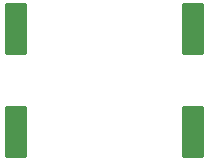
<source format=gbr>
%TF.GenerationSoftware,KiCad,Pcbnew,8.0.6*%
%TF.CreationDate,2024-12-20T12:02:23-05:00*%
%TF.ProjectId,PD Charger,50442043-6861-4726-9765-722e6b696361,0*%
%TF.SameCoordinates,Original*%
%TF.FileFunction,Paste,Bot*%
%TF.FilePolarity,Positive*%
%FSLAX46Y46*%
G04 Gerber Fmt 4.6, Leading zero omitted, Abs format (unit mm)*
G04 Created by KiCad (PCBNEW 8.0.6) date 2024-12-20 12:02:23*
%MOMM*%
%LPD*%
G01*
G04 APERTURE LIST*
G04 Aperture macros list*
%AMRoundRect*
0 Rectangle with rounded corners*
0 $1 Rounding radius*
0 $2 $3 $4 $5 $6 $7 $8 $9 X,Y pos of 4 corners*
0 Add a 4 corners polygon primitive as box body*
4,1,4,$2,$3,$4,$5,$6,$7,$8,$9,$2,$3,0*
0 Add four circle primitives for the rounded corners*
1,1,$1+$1,$2,$3*
1,1,$1+$1,$4,$5*
1,1,$1+$1,$6,$7*
1,1,$1+$1,$8,$9*
0 Add four rect primitives between the rounded corners*
20,1,$1+$1,$2,$3,$4,$5,0*
20,1,$1+$1,$4,$5,$6,$7,0*
20,1,$1+$1,$6,$7,$8,$9,0*
20,1,$1+$1,$8,$9,$2,$3,0*%
G04 Aperture macros list end*
%ADD10RoundRect,0.250000X-0.700000X1.950000X-0.700000X-1.950000X0.700000X-1.950000X0.700000X1.950000X0*%
G04 APERTURE END LIST*
D10*
%TO.C,C15*%
X107500000Y-95650000D03*
X107500000Y-104350000D03*
%TD*%
%TO.C,C14*%
X92500000Y-95650000D03*
X92500000Y-104350000D03*
%TD*%
M02*

</source>
